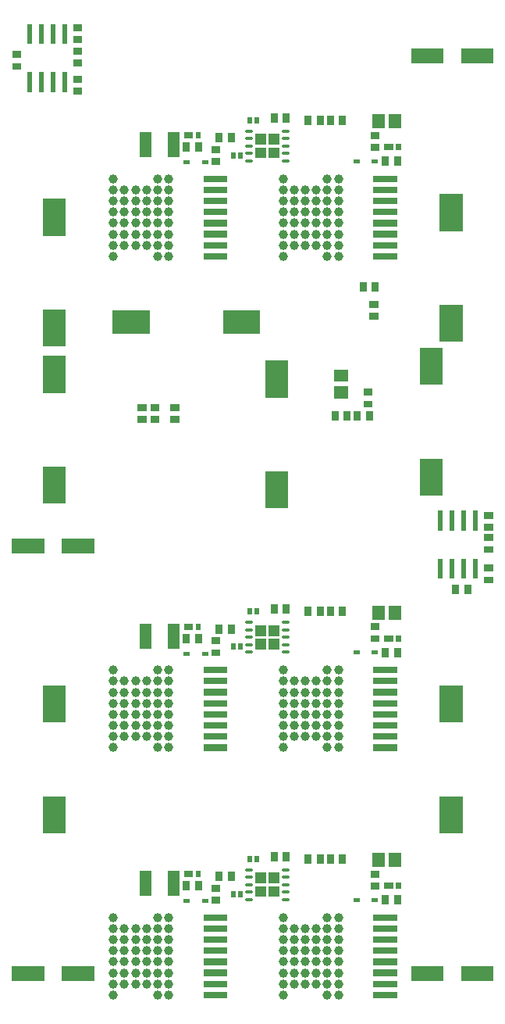
<source format=gbr>
G04 start of page 13 for group -4014 idx -4014 *
G04 Title: fet12, bottompaste *
G04 Creator: pcb 20140316 *
G04 CreationDate: Thu 12 Apr 2018 01:23:09 AM GMT UTC *
G04 For: brian *
G04 Format: Gerber/RS-274X *
G04 PCB-Dimensions (mil): 6000.00 5000.00 *
G04 PCB-Coordinate-Origin: lower left *
%MOIN*%
%FSLAX25Y25*%
%LNBOTTOMPASTE*%
%ADD230R,0.0630X0.0630*%
%ADD229R,0.0200X0.0200*%
%ADD228C,0.0138*%
%ADD227C,0.0001*%
%ADD226C,0.0394*%
%ADD225R,0.0276X0.0276*%
%ADD224R,0.0197X0.0197*%
%ADD223R,0.0295X0.0295*%
%ADD222R,0.0217X0.0217*%
%ADD221R,0.0276X0.0276*%
%ADD220R,0.0159X0.0159*%
%ADD219R,0.0512X0.0512*%
%ADD218R,0.0984X0.0984*%
G54D218*X200500Y373575D02*Y367669D01*
Y326331D02*Y320425D01*
Y166075D02*Y160169D01*
Y118831D02*Y112925D01*
X295500Y304575D02*Y298669D01*
Y257331D02*Y251425D01*
G54D219*X239595Y404255D02*Y398745D01*
X251405Y404255D02*Y398745D01*
G54D220*X256478Y394000D02*X257687D01*
X264313D02*X265522D01*
G54D221*X257335Y405500D02*X258319D01*
G54D222*X261961Y405795D02*Y405205D01*
G54D223*X269008Y399559D02*X269992D01*
X269008Y394441D02*X269992D01*
X256941Y400992D02*Y400008D01*
X262059Y400992D02*Y400008D01*
X270941Y404992D02*Y404008D01*
X276059Y404992D02*Y404008D01*
X294441Y413492D02*Y412508D01*
X299559Y413492D02*Y412508D01*
G54D224*X280074Y397393D02*Y396607D01*
X276926Y397393D02*Y396607D01*
G54D223*X320441Y286492D02*Y285508D01*
X325559Y286492D02*Y285508D01*
X329941Y286492D02*Y285508D01*
X335059Y286492D02*Y285508D01*
X334008Y296059D02*X334992D01*
X334008Y290941D02*X334992D01*
X332441Y341492D02*Y340508D01*
X337559Y341492D02*Y340508D01*
X336508Y333559D02*X337492D01*
X336508Y328441D02*X337492D01*
G54D219*X322607Y295957D02*X323393D01*
X322607Y303043D02*X323393D01*
G54D218*X200500Y259331D02*Y253425D01*
Y306575D02*Y300669D01*
G54D225*X265614Y387035D02*X273094D01*
X265614Y382311D02*X273094D01*
X265614Y377587D02*X273094D01*
X265614Y372862D02*X273094D01*
X265614Y368138D02*X273094D01*
X265614Y363413D02*X273094D01*
X265614Y358689D02*X273094D01*
X265614Y353965D02*X273094D01*
G54D226*X249354Y387035D03*
Y382311D03*
Y377587D03*
Y372862D03*
Y368138D03*
Y363413D03*
Y358689D03*
Y353965D03*
X244630Y387035D03*
Y382311D03*
Y377587D03*
Y372862D03*
Y368138D03*
Y363413D03*
Y358689D03*
Y353965D03*
X239906Y382311D03*
Y377587D03*
Y372862D03*
Y368138D03*
Y363413D03*
Y358689D03*
X235181Y382311D03*
Y377587D03*
Y372862D03*
Y368138D03*
Y363413D03*
Y358689D03*
X230457Y382311D03*
Y377587D03*
Y372862D03*
Y368138D03*
Y363413D03*
Y358689D03*
X225732Y387035D03*
Y382311D03*
Y377587D03*
Y372862D03*
Y368138D03*
Y363413D03*
Y358689D03*
Y353965D03*
G54D225*X338114Y387035D02*X345594D01*
X338114Y382311D02*X345594D01*
X338114Y377587D02*X345594D01*
X338114Y372862D02*X345594D01*
X338114Y368138D02*X345594D01*
X338114Y363413D02*X345594D01*
X338114Y358689D02*X345594D01*
X338114Y353965D02*X345594D01*
G54D226*X321854Y387035D03*
Y382311D03*
Y377587D03*
Y372862D03*
Y368138D03*
Y363413D03*
Y358689D03*
Y353965D03*
X317130Y387035D03*
Y382311D03*
Y377587D03*
Y372862D03*
Y368138D03*
Y363413D03*
Y358689D03*
Y353965D03*
X312406Y382311D03*
Y377587D03*
Y372862D03*
Y368138D03*
Y363413D03*
Y358689D03*
X307681Y382311D03*
Y377587D03*
Y372862D03*
Y368138D03*
Y363413D03*
Y358689D03*
X302957Y382311D03*
Y377587D03*
Y372862D03*
Y368138D03*
Y363413D03*
Y358689D03*
X298232Y387035D03*
Y382311D03*
Y377587D03*
Y372862D03*
Y368138D03*
Y363413D03*
Y358689D03*
Y353965D03*
G54D219*X338957Y411893D02*Y411107D01*
X346043Y411893D02*Y411107D01*
G54D223*X337008Y405559D02*X337992D01*
X337008Y400441D02*X337992D01*
G54D220*X328978Y394500D02*X330187D01*
X336813D02*X338022D01*
G54D221*X342835Y400500D02*X343819D01*
G54D222*X347461Y400795D02*Y400205D01*
G54D223*X347059Y394992D02*Y394008D01*
X341941Y394992D02*Y394008D01*
G54D224*X283926Y412393D02*Y411607D01*
X287074Y412393D02*Y411607D01*
G54D227*G36*
X292091Y400409D02*Y395882D01*
X296618D01*
Y400409D01*
X292091D01*
G37*
G36*
Y406118D02*Y401591D01*
X296618D01*
Y406118D01*
X292091D01*
G37*
G36*
X286382Y400409D02*Y395882D01*
X290909D01*
Y400409D01*
X286382D01*
G37*
G36*
Y406118D02*Y401591D01*
X290909D01*
Y406118D01*
X286382D01*
G37*
G54D228*X282740Y407299D02*X284709D01*
X282740Y404150D02*X284709D01*
X282740Y401000D02*X284709D01*
X282740Y397850D02*X284709D01*
X282740Y394701D02*X284709D01*
X298291Y407299D02*X300260D01*
X298291Y404150D02*X300260D01*
X298291Y401000D02*X300260D01*
X298291Y397850D02*X300260D01*
X298291Y394701D02*X300260D01*
G54D223*X318441Y412492D02*Y411508D01*
X323559Y412492D02*Y411508D01*
X314059Y412492D02*Y411508D01*
X308941Y412492D02*Y411508D01*
G54D219*X239595Y194755D02*Y189245D01*
X251405Y194755D02*Y189245D01*
G54D220*X256478Y184500D02*X257687D01*
X264313D02*X265522D01*
G54D221*X257335Y196000D02*X258319D01*
G54D222*X261961Y196295D02*Y195705D01*
G54D223*X269008Y190059D02*X269992D01*
X269008Y184941D02*X269992D01*
X256941Y191492D02*Y190508D01*
X262059Y191492D02*Y190508D01*
X270941Y195492D02*Y194508D01*
X276059Y195492D02*Y194508D01*
X294441Y203992D02*Y203008D01*
X299559Y203992D02*Y203008D01*
G54D224*X280074Y187893D02*Y187107D01*
X276926Y187893D02*Y187107D01*
G54D225*X265614Y177535D02*X273094D01*
X265614Y172811D02*X273094D01*
X265614Y168087D02*X273094D01*
X265614Y163362D02*X273094D01*
X265614Y158638D02*X273094D01*
X265614Y153913D02*X273094D01*
X265614Y149189D02*X273094D01*
X265614Y144465D02*X273094D01*
G54D226*X249354Y177535D03*
Y172811D03*
Y168087D03*
Y163362D03*
Y158638D03*
Y153913D03*
Y149189D03*
Y144465D03*
X244630Y177535D03*
Y172811D03*
Y168087D03*
Y163362D03*
Y158638D03*
Y153913D03*
Y149189D03*
Y144465D03*
X239906Y172811D03*
Y168087D03*
Y163362D03*
Y158638D03*
Y153913D03*
Y149189D03*
X235181Y172811D03*
Y168087D03*
Y163362D03*
Y158638D03*
Y153913D03*
Y149189D03*
X230457Y172811D03*
Y168087D03*
Y163362D03*
Y158638D03*
Y153913D03*
Y149189D03*
X225732Y177535D03*
Y172811D03*
Y168087D03*
Y163362D03*
Y158638D03*
Y153913D03*
Y149189D03*
Y144465D03*
G54D225*X338114Y177535D02*X345594D01*
X338114Y172811D02*X345594D01*
X338114Y168087D02*X345594D01*
X338114Y163362D02*X345594D01*
X338114Y158638D02*X345594D01*
X338114Y153913D02*X345594D01*
X338114Y149189D02*X345594D01*
X338114Y144465D02*X345594D01*
G54D226*X321854Y177535D03*
Y172811D03*
Y168087D03*
Y163362D03*
Y158638D03*
Y153913D03*
Y149189D03*
Y144465D03*
X317130Y177535D03*
Y172811D03*
Y168087D03*
Y163362D03*
Y158638D03*
Y153913D03*
Y149189D03*
Y144465D03*
X312406Y172811D03*
Y168087D03*
Y163362D03*
Y158638D03*
Y153913D03*
Y149189D03*
X307681Y172811D03*
Y168087D03*
Y163362D03*
Y158638D03*
Y153913D03*
Y149189D03*
X302957Y172811D03*
Y168087D03*
Y163362D03*
Y158638D03*
Y153913D03*
Y149189D03*
X298232Y177535D03*
Y172811D03*
Y168087D03*
Y163362D03*
Y158638D03*
Y153913D03*
Y149189D03*
Y144465D03*
G54D219*X338957Y202393D02*Y201607D01*
X346043Y202393D02*Y201607D01*
G54D223*X337008Y196059D02*X337992D01*
X337008Y190941D02*X337992D01*
G54D220*X328978Y185000D02*X330187D01*
X336813D02*X338022D01*
G54D221*X342835Y191000D02*X343819D01*
G54D222*X347461Y191295D02*Y190705D01*
G54D223*X347059Y185492D02*Y184508D01*
X341941Y185492D02*Y184508D01*
G54D224*X283926Y202893D02*Y202107D01*
X287074Y202893D02*Y202107D01*
G54D227*G36*
X292091Y190909D02*Y186382D01*
X296618D01*
Y190909D01*
X292091D01*
G37*
G36*
Y196618D02*Y192091D01*
X296618D01*
Y196618D01*
X292091D01*
G37*
G36*
X286382Y190909D02*Y186382D01*
X290909D01*
Y190909D01*
X286382D01*
G37*
G36*
Y196618D02*Y192091D01*
X290909D01*
Y196618D01*
X286382D01*
G37*
G54D228*X282740Y197799D02*X284709D01*
X282740Y194650D02*X284709D01*
X282740Y191500D02*X284709D01*
X282740Y188350D02*X284709D01*
X282740Y185201D02*X284709D01*
X298291Y197799D02*X300260D01*
X298291Y194650D02*X300260D01*
X298291Y191500D02*X300260D01*
X298291Y188350D02*X300260D01*
X298291Y185201D02*X300260D01*
G54D223*X318441Y202992D02*Y202008D01*
X323559Y202992D02*Y202008D01*
X314059Y202992D02*Y202008D01*
X308941Y202992D02*Y202008D01*
G54D219*X239595Y89255D02*Y83745D01*
X251405Y89255D02*Y83745D01*
G54D220*X256478Y79000D02*X257687D01*
X264313D02*X265522D01*
G54D221*X257335Y90500D02*X258319D01*
G54D222*X261961Y90795D02*Y90205D01*
G54D223*X269008Y84559D02*X269992D01*
X269008Y79441D02*X269992D01*
X256941Y85992D02*Y85008D01*
X262059Y85992D02*Y85008D01*
X270941Y89992D02*Y89008D01*
X276059Y89992D02*Y89008D01*
X294441Y98492D02*Y97508D01*
X299559Y98492D02*Y97508D01*
G54D224*X280074Y82393D02*Y81607D01*
X276926Y82393D02*Y81607D01*
G54D225*X265614Y72035D02*X273094D01*
X265614Y67311D02*X273094D01*
X265614Y62587D02*X273094D01*
X265614Y57862D02*X273094D01*
X265614Y53138D02*X273094D01*
X265614Y48413D02*X273094D01*
X265614Y43689D02*X273094D01*
X265614Y38965D02*X273094D01*
G54D226*X249354Y72035D03*
Y67311D03*
Y62587D03*
Y57862D03*
Y53138D03*
Y48413D03*
Y43689D03*
Y38965D03*
X244630Y72035D03*
Y67311D03*
Y62587D03*
Y57862D03*
Y53138D03*
Y48413D03*
Y43689D03*
Y38965D03*
X239906Y67311D03*
Y62587D03*
Y57862D03*
Y53138D03*
Y48413D03*
Y43689D03*
X235181Y67311D03*
Y62587D03*
Y57862D03*
Y53138D03*
Y48413D03*
Y43689D03*
X230457Y67311D03*
Y62587D03*
Y57862D03*
Y53138D03*
Y48413D03*
Y43689D03*
X225732Y72035D03*
Y67311D03*
Y62587D03*
Y57862D03*
Y53138D03*
Y48413D03*
Y43689D03*
Y38965D03*
G54D225*X338114Y72035D02*X345594D01*
X338114Y67311D02*X345594D01*
X338114Y62587D02*X345594D01*
X338114Y57862D02*X345594D01*
X338114Y53138D02*X345594D01*
X338114Y48413D02*X345594D01*
X338114Y43689D02*X345594D01*
X338114Y38965D02*X345594D01*
G54D226*X321854Y72035D03*
Y67311D03*
Y62587D03*
Y57862D03*
Y53138D03*
Y48413D03*
Y43689D03*
Y38965D03*
X317130Y72035D03*
Y67311D03*
Y62587D03*
Y57862D03*
Y53138D03*
Y48413D03*
Y43689D03*
Y38965D03*
X312406Y67311D03*
Y62587D03*
Y57862D03*
Y53138D03*
Y48413D03*
Y43689D03*
X307681Y67311D03*
Y62587D03*
Y57862D03*
Y53138D03*
Y48413D03*
Y43689D03*
X302957Y67311D03*
Y62587D03*
Y57862D03*
Y53138D03*
Y48413D03*
Y43689D03*
X298232Y72035D03*
Y67311D03*
Y62587D03*
Y57862D03*
Y53138D03*
Y48413D03*
Y43689D03*
Y38965D03*
G54D219*X338957Y96893D02*Y96107D01*
X346043Y96893D02*Y96107D01*
G54D223*X337008Y90559D02*X337992D01*
X337008Y85441D02*X337992D01*
G54D220*X328978Y79500D02*X330187D01*
X336813D02*X338022D01*
G54D221*X342835Y85500D02*X343819D01*
G54D222*X347461Y85795D02*Y85205D01*
G54D223*X347059Y79992D02*Y79008D01*
X341941Y79992D02*Y79008D01*
G54D224*X283926Y97393D02*Y96607D01*
X287074Y97393D02*Y96607D01*
G54D227*G36*
X292091Y85409D02*Y80882D01*
X296618D01*
Y85409D01*
X292091D01*
G37*
G36*
Y91118D02*Y86591D01*
X296618D01*
Y91118D01*
X292091D01*
G37*
G36*
X286382Y85409D02*Y80882D01*
X290909D01*
Y85409D01*
X286382D01*
G37*
G36*
Y91118D02*Y86591D01*
X290909D01*
Y91118D01*
X286382D01*
G37*
G54D228*X282740Y92299D02*X284709D01*
X282740Y89150D02*X284709D01*
X282740Y86000D02*X284709D01*
X282740Y82850D02*X284709D01*
X282740Y79701D02*X284709D01*
X298291Y92299D02*X300260D01*
X298291Y89150D02*X300260D01*
X298291Y86000D02*X300260D01*
X298291Y82850D02*X300260D01*
X298291Y79701D02*X300260D01*
G54D223*X318441Y97492D02*Y96508D01*
X323559Y97492D02*Y96508D01*
X314059Y97492D02*Y96508D01*
X308941Y97492D02*Y96508D01*
X243008Y284441D02*X243992D01*
X243008Y289559D02*X243992D01*
X251508D02*X252492D01*
X251508Y284441D02*X252492D01*
X237508D02*X238492D01*
X237508Y289559D02*X238492D01*
X385508Y234059D02*X386492D01*
X385508Y228941D02*X386492D01*
X377059Y212492D02*Y211508D01*
X371941Y212492D02*Y211508D01*
G54D218*X370000Y328331D02*Y322425D01*
Y375575D02*Y369669D01*
X361500Y310075D02*Y304169D01*
Y262831D02*Y256925D01*
G54D223*X385508Y243559D02*X386492D01*
X385508Y238441D02*X386492D01*
X385508Y221059D02*X386492D01*
X385508Y215941D02*X386492D01*
G54D229*X380500Y224000D02*Y217500D01*
X375500Y224000D02*Y217500D01*
X370500Y224000D02*Y217500D01*
X365500Y224000D02*Y217500D01*
Y244500D02*Y238000D01*
X370500Y244500D02*Y238000D01*
X375500Y244500D02*Y238000D01*
X380500Y244500D02*Y238000D01*
G54D223*X184008Y440059D02*X184992D01*
X184008Y434941D02*X184992D01*
X210008Y451559D02*X210992D01*
X210008Y446441D02*X210992D01*
X210008Y441559D02*X210992D01*
X210008Y436441D02*X210992D01*
X210008Y424441D02*X210992D01*
X210008Y429559D02*X210992D01*
G54D229*X205000Y431500D02*Y425000D01*
X200000Y431500D02*Y425000D01*
X195000Y431500D02*Y425000D01*
X190000Y431500D02*Y425000D01*
Y452000D02*Y445500D01*
X195000Y452000D02*Y445500D01*
X200000Y452000D02*Y445500D01*
X205000Y452000D02*Y445500D01*
G54D218*X370000Y166075D02*Y160169D01*
Y118831D02*Y112925D01*
G54D230*X206890Y230500D02*X214370D01*
X185630D02*X193110D01*
X206890Y48000D02*X214370D01*
X185630D02*X193110D01*
X377390D02*X384870D01*
X356130D02*X363610D01*
X377390Y439500D02*X384870D01*
X356130D02*X363610D01*
G54D218*X277669Y326000D02*X283575D01*
X230425D02*X236331D01*
M02*

</source>
